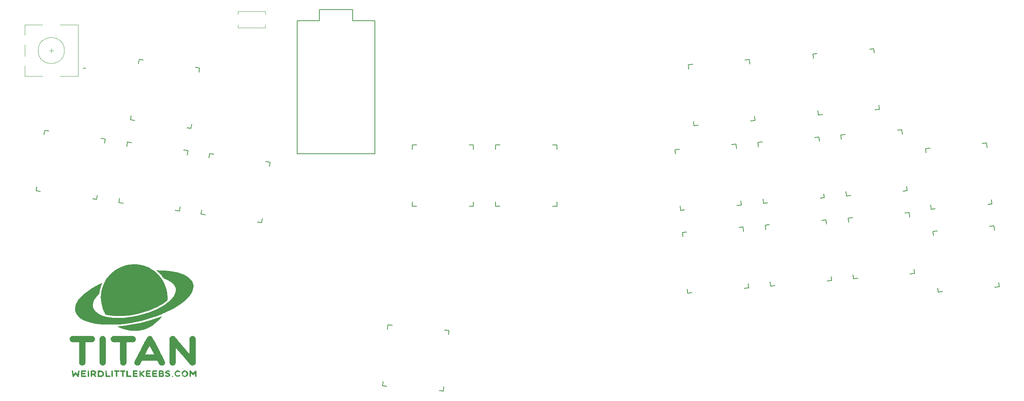
<source format=gto>
%TF.GenerationSoftware,KiCad,Pcbnew,(6.0.9)*%
%TF.CreationDate,2023-02-21T23:29:26+05:30*%
%TF.ProjectId,Titan Keyboard,54697461-6e20-44b6-9579-626f6172642e,rev?*%
%TF.SameCoordinates,Original*%
%TF.FileFunction,Legend,Top*%
%TF.FilePolarity,Positive*%
%FSLAX46Y46*%
G04 Gerber Fmt 4.6, Leading zero omitted, Abs format (unit mm)*
G04 Created by KiCad (PCBNEW (6.0.9)) date 2023-02-21 23:29:26*
%MOMM*%
%LPD*%
G01*
G04 APERTURE LIST*
G04 Aperture macros list*
%AMHorizOval*
0 Thick line with rounded ends*
0 $1 width*
0 $2 $3 position (X,Y) of the first rounded end (center of the circle)*
0 $4 $5 position (X,Y) of the second rounded end (center of the circle)*
0 Add line between two ends*
20,1,$1,$2,$3,$4,$5,0*
0 Add two circle primitives to create the rounded ends*
1,1,$1,$2,$3*
1,1,$1,$4,$5*%
%AMRotRect*
0 Rectangle, with rotation*
0 The origin of the aperture is its center*
0 $1 length*
0 $2 width*
0 $3 Rotation angle, in degrees counterclockwise*
0 Add horizontal line*
21,1,$1,$2,0,0,$3*%
G04 Aperture macros list end*
%ADD10C,0.120000*%
%ADD11C,0.150000*%
%ADD12R,1.752600X1.752600*%
%ADD13C,1.752600*%
%ADD14C,1.800000*%
%ADD15C,2.100000*%
%ADD16C,4.000000*%
%ADD17C,1.900000*%
%ADD18HorizOval,2.000000X0.396107X-0.055669X-0.396107X0.055669X0*%
%ADD19HorizOval,2.000000X0.247567X-0.034793X-0.247567X0.034793X0*%
%ADD20HorizOval,2.000000X0.398478X-0.034862X-0.398478X0.034862X0*%
%ADD21HorizOval,2.000000X0.249049X-0.021789X-0.249049X0.021789X0*%
%ADD22HorizOval,2.000000X0.249049X0.021789X-0.249049X-0.021789X0*%
%ADD23HorizOval,2.000000X0.398478X0.034862X-0.398478X-0.034862X0*%
%ADD24O,2.500000X2.000000*%
%ADD25O,2.800000X2.000000*%
%ADD26C,2.000000*%
%ADD27R,3.200000X2.000000*%
%ADD28R,2.000000X2.000000*%
%ADD29R,1.600000X1.600000*%
%ADD30O,1.600000X1.600000*%
%ADD31RotRect,1.600000X1.600000X185.000000*%
%ADD32HorizOval,1.600000X0.000000X0.000000X0.000000X0.000000X0*%
%ADD33RotRect,1.600000X1.600000X262.000000*%
%ADD34HorizOval,1.600000X0.000000X0.000000X0.000000X0.000000X0*%
%ADD35RotRect,1.600000X1.600000X172.000000*%
%ADD36HorizOval,1.600000X0.000000X0.000000X0.000000X0.000000X0*%
%ADD37RotRect,1.600000X1.600000X265.000000*%
%ADD38HorizOval,1.600000X0.000000X0.000000X0.000000X0.000000X0*%
G04 APERTURE END LIST*
D10*
%TO.C,SW1*%
X95427800Y-41046400D02*
X95427800Y-41716960D01*
X95427800Y-44135040D02*
X95427800Y-44805600D01*
X101676200Y-44805600D02*
X101676200Y-44128351D01*
X101676200Y-41723649D02*
X101676200Y-41046400D01*
X101676200Y-41046400D02*
X95427800Y-41046400D01*
X95427800Y-44805600D02*
X101676200Y-44805600D01*
D11*
%TO.C,U1*%
X114046000Y-43180000D02*
X114046000Y-40640000D01*
X126746000Y-73660000D02*
X108966000Y-73660000D01*
X114046000Y-40640000D02*
X121666000Y-40640000D01*
X108966000Y-43180000D02*
X108966000Y-73660000D01*
X108966000Y-43180000D02*
X114046000Y-43180000D01*
X121666000Y-43180000D02*
X126746000Y-43180000D01*
X126746000Y-43180000D02*
X126746000Y-73660000D01*
X121666000Y-40640000D02*
X121666000Y-43180000D01*
%TO.C,SW12*%
X88772162Y-74618180D02*
X88911335Y-73627912D01*
X100965838Y-88449820D02*
X100826665Y-89440088D01*
X99836397Y-89300915D02*
X100826665Y-89440088D01*
X89901603Y-73767085D02*
X88911335Y-73627912D01*
X86962912Y-87491665D02*
X87102085Y-86501397D01*
X102775088Y-75576335D02*
X102635915Y-76566603D01*
X102775088Y-75576335D02*
X101784820Y-75437162D01*
X86962912Y-87491665D02*
X87953180Y-87630838D01*
%TO.C,SW18*%
X143651253Y-114083527D02*
X142655058Y-113996372D01*
X130700722Y-112950503D02*
X129704527Y-112863347D01*
X128484347Y-126810073D02*
X128571503Y-125813878D01*
X142518228Y-127034058D02*
X142431073Y-128030253D01*
X141434878Y-127943097D02*
X142431073Y-128030253D01*
X128484347Y-126810073D02*
X129480542Y-126897228D01*
X129617372Y-113859542D02*
X129704527Y-112863347D01*
X143651253Y-114083527D02*
X143564097Y-115079722D01*
%TO.C,SW33*%
X228180327Y-64733453D02*
X228093172Y-63737258D01*
X240906873Y-49566547D02*
X240994028Y-50562742D01*
X227047303Y-51782922D02*
X226960147Y-50786727D01*
X241130858Y-63600428D02*
X242127053Y-63513273D01*
X228180327Y-64733453D02*
X229176522Y-64646297D01*
X242039897Y-62517078D02*
X242127053Y-63513273D01*
X240906873Y-49566547D02*
X239910678Y-49653703D01*
X227956342Y-50699572D02*
X226960147Y-50786727D01*
%TO.C,SW35*%
X248958673Y-87133147D02*
X247962478Y-87220303D01*
X236008142Y-88266172D02*
X235011947Y-88353327D01*
X249182658Y-101167028D02*
X250178853Y-101079873D01*
X250091697Y-100083678D02*
X250178853Y-101079873D01*
X248958673Y-87133147D02*
X249045828Y-88129342D01*
X235099103Y-89349522D02*
X235011947Y-88353327D01*
X236232127Y-102300053D02*
X237228322Y-102212897D01*
X236232127Y-102300053D02*
X236144972Y-101303858D01*
%TO.C,SW17*%
X135290800Y-85638400D02*
X136290800Y-85638400D01*
X135290800Y-85638400D02*
X135290800Y-84638400D01*
X149290800Y-71638400D02*
X149290800Y-72638400D01*
X135290800Y-72638400D02*
X135290800Y-71638400D01*
X136290800Y-71638400D02*
X135290800Y-71638400D01*
X148290800Y-85638400D02*
X149290800Y-85638400D01*
X149290800Y-84638400D02*
X149290800Y-85638400D01*
X149290800Y-71638400D02*
X148290800Y-71638400D01*
D10*
%TO.C,SW4*%
X55709000Y-50006250D02*
G75*
G03*
X55709000Y-50006250I-3000000J0D01*
G01*
X59909000Y-54106250D02*
X60209000Y-53806250D01*
X54709000Y-55906250D02*
X58809000Y-55906250D01*
X58809000Y-55906250D02*
X58809000Y-44106250D01*
X60509000Y-54106250D02*
X59909000Y-54106250D01*
X46609000Y-44106250D02*
X50709000Y-44106250D01*
X46609000Y-46506250D02*
X46609000Y-44106250D01*
X53209000Y-50006250D02*
X52209000Y-50006250D01*
X60209000Y-53806250D02*
X60509000Y-54106250D01*
X46609000Y-55906250D02*
X46609000Y-53506250D01*
X46609000Y-51306250D02*
X46609000Y-48706250D01*
X54709000Y-44106250D02*
X58809000Y-44106250D01*
X52709000Y-50506250D02*
X52709000Y-49506250D01*
X50709000Y-55906250D02*
X46609000Y-55906250D01*
D11*
%TO.C,SW8*%
X83979088Y-72909335D02*
X83839915Y-73899603D01*
X82169838Y-85782820D02*
X82030665Y-86773088D01*
X68166912Y-84824665D02*
X68306085Y-83834397D01*
X71105603Y-71100085D02*
X70115335Y-70960912D01*
X81040397Y-86633915D02*
X82030665Y-86773088D01*
X83979088Y-72909335D02*
X82988820Y-72770162D01*
X68166912Y-84824665D02*
X69157180Y-84963838D01*
X69976162Y-71951180D02*
X70115335Y-70960912D01*
%TO.C,SW39*%
X255413742Y-91314172D02*
X254417547Y-91401327D01*
X268588258Y-104215028D02*
X269584453Y-104127873D01*
X255637727Y-105348053D02*
X256633922Y-105260897D01*
X254504703Y-92397522D02*
X254417547Y-91401327D01*
X268364273Y-90181147D02*
X267368078Y-90268303D01*
X255637727Y-105348053D02*
X255550572Y-104351858D01*
X269497297Y-103131678D02*
X269584453Y-104127873D01*
X268364273Y-90181147D02*
X268451428Y-91177342D01*
%TO.C,SW26*%
X209360073Y-71461347D02*
X208363878Y-71548503D01*
X196633527Y-86628253D02*
X197629722Y-86541097D01*
X196633527Y-86628253D02*
X196546372Y-85632058D01*
X209360073Y-71461347D02*
X209447228Y-72457542D01*
X196409542Y-72594372D02*
X195413347Y-72681527D01*
X195500503Y-73677722D02*
X195413347Y-72681527D01*
X209584058Y-85495228D02*
X210580253Y-85408073D01*
X210493097Y-84411878D02*
X210580253Y-85408073D01*
%TO.C,SW38*%
X253961327Y-86374253D02*
X254957522Y-86287097D01*
X253961327Y-86374253D02*
X253874172Y-85378058D01*
X266911858Y-85241228D02*
X267908053Y-85154073D01*
X253737342Y-72340372D02*
X252741147Y-72427527D01*
X266687873Y-71207347D02*
X266775028Y-72203542D01*
X266687873Y-71207347D02*
X265691678Y-71294503D01*
X252828303Y-73423722D02*
X252741147Y-72427527D01*
X267820897Y-84157878D02*
X267908053Y-85154073D01*
%TO.C,SW21*%
X168366200Y-71638400D02*
X167366200Y-71638400D01*
X167366200Y-85638400D02*
X168366200Y-85638400D01*
X154366200Y-85638400D02*
X154366200Y-84638400D01*
X168366200Y-71638400D02*
X168366200Y-72638400D01*
X154366200Y-72638400D02*
X154366200Y-71638400D01*
X168366200Y-84638400D02*
X168366200Y-85638400D01*
X154366200Y-85638400D02*
X155366200Y-85638400D01*
X155366200Y-71638400D02*
X154366200Y-71638400D01*
%TO.C,SW25*%
X212433473Y-52055747D02*
X212520628Y-53051942D01*
X213566497Y-65006278D02*
X213653653Y-66002473D01*
X212433473Y-52055747D02*
X211437278Y-52142903D01*
X212657458Y-66089628D02*
X213653653Y-66002473D01*
X199706927Y-67222653D02*
X200703122Y-67135497D01*
X199482942Y-53188772D02*
X198486747Y-53275927D01*
X198573903Y-54272122D02*
X198486747Y-53275927D01*
X199706927Y-67222653D02*
X199619772Y-66226458D01*
%TO.C,G\u002A\u002A\u002A*%
G36*
X77721843Y-100376616D02*
G01*
X78644711Y-100415376D01*
X79501481Y-100483717D01*
X80295260Y-100582216D01*
X81029155Y-100711451D01*
X81706272Y-100871999D01*
X82329718Y-101064437D01*
X82902600Y-101289343D01*
X83086983Y-101373579D01*
X83603776Y-101644990D01*
X84048348Y-101935031D01*
X84421364Y-102244486D01*
X84723487Y-102574139D01*
X84955381Y-102924775D01*
X85117708Y-103297177D01*
X85211133Y-103692128D01*
X85232810Y-103908558D01*
X85232736Y-104214374D01*
X85193690Y-104507709D01*
X85111181Y-104810432D01*
X84980719Y-105144418D01*
X84977544Y-105151670D01*
X84718542Y-105655521D01*
X84386003Y-106153457D01*
X83979754Y-106645630D01*
X83499622Y-107132193D01*
X82945435Y-107613296D01*
X82317020Y-108089092D01*
X81614205Y-108559734D01*
X80836816Y-109025371D01*
X80142929Y-109403913D01*
X79076060Y-109929207D01*
X77950289Y-110418846D01*
X76773956Y-110870476D01*
X75555398Y-111281747D01*
X74302957Y-111650305D01*
X73024970Y-111973799D01*
X71729777Y-112249876D01*
X70425718Y-112476185D01*
X69121131Y-112650373D01*
X68360625Y-112727206D01*
X68180845Y-112740250D01*
X67946278Y-112752842D01*
X67668454Y-112764734D01*
X67358901Y-112775679D01*
X67029147Y-112785428D01*
X66690721Y-112793732D01*
X66355152Y-112800345D01*
X66033967Y-112805019D01*
X65738695Y-112807504D01*
X65480865Y-112807552D01*
X65272005Y-112804917D01*
X65123644Y-112799350D01*
X65096880Y-112797431D01*
X64999578Y-112789880D01*
X64845545Y-112778546D01*
X64652911Y-112764738D01*
X64439808Y-112749763D01*
X64346510Y-112743299D01*
X63522567Y-112669357D01*
X62760732Y-112564930D01*
X62053990Y-112428730D01*
X61395324Y-112259465D01*
X60958749Y-112120492D01*
X60395429Y-111900628D01*
X59889756Y-111650950D01*
X59443643Y-111373577D01*
X59059003Y-111070623D01*
X58737750Y-110744208D01*
X58481798Y-110396446D01*
X58293062Y-110029456D01*
X58173454Y-109645354D01*
X58124888Y-109246257D01*
X58131243Y-108992857D01*
X58203024Y-108555309D01*
X58348023Y-108111239D01*
X58564846Y-107662099D01*
X58852100Y-107209344D01*
X59208390Y-106754428D01*
X59632322Y-106298802D01*
X60122504Y-105843922D01*
X60677540Y-105391240D01*
X61296038Y-104942211D01*
X61976603Y-104498287D01*
X62717842Y-104060921D01*
X63021433Y-103893328D01*
X63238067Y-103778058D01*
X63460412Y-103663548D01*
X63678156Y-103554708D01*
X63880985Y-103456446D01*
X64058585Y-103373672D01*
X64200642Y-103311295D01*
X64296843Y-103274224D01*
X64336751Y-103267238D01*
X64329919Y-103305479D01*
X64300426Y-103395649D01*
X64254125Y-103520268D01*
X64239816Y-103556760D01*
X64098416Y-103945958D01*
X63964769Y-104374618D01*
X63846989Y-104813478D01*
X63753190Y-105233274D01*
X63712802Y-105457543D01*
X63694499Y-105558365D01*
X63670529Y-105638875D01*
X63631352Y-105714406D01*
X63567429Y-105800292D01*
X63469218Y-105911865D01*
X63350975Y-106039079D01*
X63048569Y-106388783D01*
X62782858Y-106750544D01*
X62560849Y-107112760D01*
X62389549Y-107463824D01*
X62275963Y-107792132D01*
X62264289Y-107838899D01*
X62206832Y-108230221D01*
X62222187Y-108605297D01*
X62309667Y-108962992D01*
X62468584Y-109302172D01*
X62698252Y-109621703D01*
X62997983Y-109920450D01*
X63367089Y-110197279D01*
X63804884Y-110451055D01*
X63865463Y-110481627D01*
X64378401Y-110702588D01*
X64953601Y-110887474D01*
X65587140Y-111035567D01*
X66275096Y-111146147D01*
X67013545Y-111218495D01*
X67798563Y-111251892D01*
X68079598Y-111254246D01*
X69257354Y-111217452D01*
X70443091Y-111107989D01*
X71631329Y-110927009D01*
X72816588Y-110675663D01*
X73993388Y-110355103D01*
X75156249Y-109966479D01*
X76225146Y-109542957D01*
X76921070Y-109226778D01*
X77574709Y-108891886D01*
X78183305Y-108540874D01*
X78744097Y-108176337D01*
X79254324Y-107800868D01*
X79711228Y-107417060D01*
X80112047Y-107027507D01*
X80454023Y-106634803D01*
X80734394Y-106241542D01*
X80950401Y-105850316D01*
X81099284Y-105463721D01*
X81178282Y-105084349D01*
X81190964Y-104876506D01*
X81156994Y-104495892D01*
X81051773Y-104134531D01*
X80877049Y-103794306D01*
X80634568Y-103477099D01*
X80326080Y-103184794D01*
X79953332Y-102919275D01*
X79518071Y-102682423D01*
X79022046Y-102476122D01*
X78934222Y-102445059D01*
X78543468Y-102310078D01*
X78339007Y-102041777D01*
X78093810Y-101727534D01*
X77861475Y-101447504D01*
X77620478Y-101176914D01*
X77349298Y-100890990D01*
X77259623Y-100799314D01*
X76821400Y-100353880D01*
X77721843Y-100376616D01*
G37*
G36*
X76775913Y-123267531D02*
G01*
X76894679Y-123297596D01*
X76963189Y-123346715D01*
X76989367Y-123417150D01*
X76990233Y-123436464D01*
X76972225Y-123500232D01*
X76912261Y-123544447D01*
X76801433Y-123571768D01*
X76630829Y-123584856D01*
X76486200Y-123586993D01*
X76127308Y-123586993D01*
X76127308Y-123849622D01*
X76443535Y-123849622D01*
X76637749Y-123857066D01*
X76767930Y-123882237D01*
X76843865Y-123929395D01*
X76875339Y-124002798D01*
X76877677Y-124038574D01*
X76855859Y-124105919D01*
X76785142Y-124151378D01*
X76657629Y-124177574D01*
X76465426Y-124187128D01*
X76429922Y-124187288D01*
X76127308Y-124187288D01*
X76127308Y-124449917D01*
X76455595Y-124450430D01*
X76659550Y-124453635D01*
X76800984Y-124464736D01*
X76892275Y-124487079D01*
X76945799Y-124524013D01*
X76973935Y-124578884D01*
X76977416Y-124591553D01*
X76984700Y-124664931D01*
X76958372Y-124718045D01*
X76889790Y-124753873D01*
X76770314Y-124775392D01*
X76591302Y-124785583D01*
X76408696Y-124787584D01*
X76190114Y-124784662D01*
X76035903Y-124775193D01*
X75935597Y-124758119D01*
X75881229Y-124734278D01*
X75854883Y-124709885D01*
X75835762Y-124673668D01*
X75822719Y-124614447D01*
X75814610Y-124521043D01*
X75810291Y-124382278D01*
X75808615Y-124186972D01*
X75808401Y-124023263D01*
X75810016Y-123763786D01*
X75815226Y-123571303D01*
X75824581Y-123437830D01*
X75838632Y-123355388D01*
X75857071Y-123316821D01*
X75920182Y-123291016D01*
X76052715Y-123271799D01*
X76256922Y-123258892D01*
X76355920Y-123255524D01*
X76598968Y-123254261D01*
X76775913Y-123267531D01*
G37*
G36*
X77957269Y-110922320D02*
G01*
X77949149Y-110964695D01*
X77895430Y-111052216D01*
X77803104Y-111176501D01*
X77679161Y-111329171D01*
X77530591Y-111501846D01*
X77364385Y-111686146D01*
X77187535Y-111873691D01*
X77032137Y-112031308D01*
X76467764Y-112542154D01*
X75872254Y-112985695D01*
X75243065Y-113363243D01*
X74577656Y-113676108D01*
X73873485Y-113925602D01*
X73128009Y-114113036D01*
X72919479Y-114153144D01*
X72738408Y-114177702D01*
X72500562Y-114198164D01*
X72224114Y-114214063D01*
X71927240Y-114224928D01*
X71628113Y-114230291D01*
X71344907Y-114229682D01*
X71095796Y-114222633D01*
X70898955Y-114208675D01*
X70874723Y-114205916D01*
X70131096Y-114077972D01*
X69388337Y-113875258D01*
X68647303Y-113598041D01*
X68083077Y-113336325D01*
X67959812Y-113266003D01*
X67908770Y-113214319D01*
X67930370Y-113179942D01*
X68025029Y-113161540D01*
X68139229Y-113157434D01*
X68270624Y-113152492D01*
X68462059Y-113139259D01*
X68699169Y-113119161D01*
X68967587Y-113093621D01*
X69252949Y-113064065D01*
X69540888Y-113031917D01*
X69817040Y-112998602D01*
X70049317Y-112968010D01*
X71566450Y-112723443D01*
X73065022Y-112412082D01*
X74552424Y-112032044D01*
X76036048Y-111581446D01*
X77473629Y-111077007D01*
X77646879Y-111014106D01*
X77793752Y-110964301D01*
X77900678Y-110931932D01*
X77954089Y-110921340D01*
X77957269Y-110922320D01*
G37*
G36*
X68000191Y-123253937D02*
G01*
X68107328Y-123262354D01*
X68179854Y-123278406D01*
X68231201Y-123303158D01*
X68231761Y-123303523D01*
X68309441Y-123380846D01*
X68319694Y-123457383D01*
X68269616Y-123523605D01*
X68166306Y-123569982D01*
X68020640Y-123586993D01*
X67835727Y-123586993D01*
X67835727Y-124125196D01*
X67834719Y-124340492D01*
X67830730Y-124493433D01*
X67822311Y-124596685D01*
X67808016Y-124662912D01*
X67786396Y-124704781D01*
X67767116Y-124725491D01*
X67699351Y-124776989D01*
X67646763Y-124775198D01*
X67578641Y-124718069D01*
X67573098Y-124712547D01*
X67542997Y-124675991D01*
X67522167Y-124628019D01*
X67508934Y-124555290D01*
X67501626Y-124444466D01*
X67498570Y-124282206D01*
X67498061Y-124114212D01*
X67498061Y-123590914D01*
X67305433Y-123579574D01*
X67172898Y-123562663D01*
X67093450Y-123526383D01*
X67061660Y-123490855D01*
X67029723Y-123420495D01*
X67052013Y-123357313D01*
X67063591Y-123340781D01*
X67092525Y-123311113D01*
X67137345Y-123290067D01*
X67210919Y-123275704D01*
X67326113Y-123266088D01*
X67495796Y-123259283D01*
X67628361Y-123255760D01*
X67845013Y-123252094D01*
X68000191Y-123253937D01*
G37*
G36*
X69538031Y-115370826D02*
G01*
X69926447Y-115371911D01*
X70288040Y-115373638D01*
X70615889Y-115375939D01*
X70903076Y-115378747D01*
X71142682Y-115381995D01*
X71327788Y-115385614D01*
X71451474Y-115389539D01*
X71506184Y-115393566D01*
X71623555Y-115442439D01*
X71756740Y-115535221D01*
X71881963Y-115652079D01*
X71975449Y-115773180D01*
X71987812Y-115795324D01*
X72024621Y-115904122D01*
X72047690Y-116043842D01*
X72051214Y-116106084D01*
X72018627Y-116320484D01*
X71921737Y-116516991D01*
X71771276Y-116677760D01*
X71666089Y-116746340D01*
X71607838Y-116775317D01*
X71550183Y-116797064D01*
X71481680Y-116812616D01*
X71390884Y-116823007D01*
X71266351Y-116829271D01*
X71096636Y-116832443D01*
X70870294Y-116833558D01*
X70699989Y-116833669D01*
X69899243Y-116833669D01*
X69899243Y-121582615D01*
X69814826Y-121747843D01*
X69730258Y-121876629D01*
X69621920Y-121996938D01*
X69588320Y-122026112D01*
X69488209Y-122094439D01*
X69385941Y-122131683D01*
X69248612Y-122148778D01*
X69213136Y-122150787D01*
X69034789Y-122147620D01*
X68895780Y-122121251D01*
X68867485Y-122110147D01*
X68709355Y-122002176D01*
X68572118Y-121844549D01*
X68494291Y-121702895D01*
X68482274Y-121666455D01*
X68471995Y-121615294D01*
X68463323Y-121543795D01*
X68456128Y-121446340D01*
X68450278Y-121317313D01*
X68445643Y-121151097D01*
X68442093Y-120942073D01*
X68439497Y-120684626D01*
X68437723Y-120373137D01*
X68436642Y-120001989D01*
X68436123Y-119565566D01*
X68436023Y-119198537D01*
X68436023Y-116833669D01*
X67635277Y-116833669D01*
X67368871Y-116833300D01*
X67166055Y-116831501D01*
X67015385Y-116827240D01*
X66905416Y-116819482D01*
X66824702Y-116807192D01*
X66761798Y-116789337D01*
X66705260Y-116764883D01*
X66669177Y-116746372D01*
X66484151Y-116608929D01*
X66350778Y-116425485D01*
X66279304Y-116210824D01*
X66274555Y-116176855D01*
X66267894Y-116054608D01*
X66285968Y-115951284D01*
X66336428Y-115832125D01*
X66360946Y-115784441D01*
X66443311Y-115649356D01*
X66535332Y-115556530D01*
X66666860Y-115475954D01*
X66668848Y-115474913D01*
X66868816Y-115370449D01*
X69129709Y-115370449D01*
X69538031Y-115370826D01*
G37*
G36*
X63844203Y-123294103D02*
G01*
X63854019Y-123294521D01*
X64101973Y-123312054D01*
X64277880Y-123340693D01*
X64370180Y-123372839D01*
X64542094Y-123500189D01*
X64663761Y-123667043D01*
X64735354Y-123859594D01*
X64757049Y-124064037D01*
X64729019Y-124266567D01*
X64651438Y-124453378D01*
X64524480Y-124610665D01*
X64353163Y-124722483D01*
X64215524Y-124769679D01*
X64047861Y-124797614D01*
X63840011Y-124809821D01*
X63682800Y-124811726D01*
X63550559Y-124809147D01*
X63463935Y-124802657D01*
X63446067Y-124798884D01*
X63392798Y-124773100D01*
X63353714Y-124731880D01*
X63326674Y-124664532D01*
X63309539Y-124560364D01*
X63305035Y-124487436D01*
X63633660Y-124487436D01*
X63881120Y-124487436D01*
X64091288Y-124471986D01*
X64233181Y-124425623D01*
X64235956Y-124424008D01*
X64346358Y-124319234D01*
X64405251Y-124178650D01*
X64410896Y-124022603D01*
X64361552Y-123871442D01*
X64291266Y-123777324D01*
X64229696Y-123726199D01*
X64156658Y-123695025D01*
X64049900Y-123677340D01*
X63914918Y-123668031D01*
X63633660Y-123653828D01*
X63633660Y-124487436D01*
X63305035Y-124487436D01*
X63300171Y-124408681D01*
X63296429Y-124198791D01*
X63295993Y-124048803D01*
X63296597Y-123788729D01*
X63301013Y-123653828D01*
X63302956Y-123594459D01*
X63321898Y-123456768D01*
X63360245Y-123366430D01*
X63424825Y-123314220D01*
X63522461Y-123290912D01*
X63659978Y-123287282D01*
X63844203Y-123294103D01*
G37*
G36*
X82660492Y-123647901D02*
G01*
X82690897Y-123595345D01*
X82814796Y-123431186D01*
X82952564Y-123331040D01*
X83123782Y-123284099D01*
X83267609Y-123277040D01*
X83492381Y-123311831D01*
X83686669Y-123404149D01*
X83844194Y-123542419D01*
X83958676Y-123715068D01*
X84023838Y-123910520D01*
X84033400Y-124117203D01*
X83981085Y-124323541D01*
X83907606Y-124456820D01*
X83754427Y-124615303D01*
X83559674Y-124721147D01*
X83339967Y-124769083D01*
X83111927Y-124753840D01*
X83035466Y-124733335D01*
X82834595Y-124633243D01*
X82684626Y-124486134D01*
X82588895Y-124303027D01*
X82550738Y-124094940D01*
X82555971Y-124043874D01*
X82805595Y-124043874D01*
X82832545Y-124217880D01*
X82918775Y-124355102D01*
X83044464Y-124452992D01*
X83172955Y-124512954D01*
X83287171Y-124515360D01*
X83404795Y-124469243D01*
X83545785Y-124362328D01*
X83630344Y-124227265D01*
X83661564Y-124078474D01*
X83642536Y-123930376D01*
X83576355Y-123797393D01*
X83466110Y-123693947D01*
X83314895Y-123634458D01*
X83223925Y-123625697D01*
X83107900Y-123635173D01*
X83018921Y-123676341D01*
X82933157Y-123752074D01*
X82850197Y-123848586D01*
X82813142Y-123940250D01*
X82805595Y-124043874D01*
X82555971Y-124043874D01*
X82573491Y-123872892D01*
X82660492Y-123647901D01*
G37*
G36*
X72941965Y-118926428D02*
G01*
X73202839Y-118426386D01*
X73329189Y-118184334D01*
X73589936Y-117685737D01*
X73818678Y-117250303D01*
X74017451Y-116874324D01*
X74188293Y-116554093D01*
X74333241Y-116285901D01*
X74454331Y-116066040D01*
X74553601Y-115890804D01*
X74633088Y-115756485D01*
X74694828Y-115659373D01*
X74740860Y-115595763D01*
X74767105Y-115567077D01*
X74959720Y-115441546D01*
X75179596Y-115383856D01*
X75370380Y-115389077D01*
X75429403Y-115398739D01*
X75483640Y-115411791D01*
X75535638Y-115432341D01*
X75587943Y-115464499D01*
X75643105Y-115512373D01*
X75703670Y-115580074D01*
X75772186Y-115671709D01*
X75851199Y-115791388D01*
X75943259Y-115943221D01*
X76050911Y-116131316D01*
X76176703Y-116359782D01*
X76323184Y-116632729D01*
X76492900Y-116954265D01*
X76688399Y-117328500D01*
X76912228Y-117759543D01*
X77166935Y-118251503D01*
X77277754Y-118465722D01*
X77532343Y-118958077D01*
X77754572Y-119388452D01*
X77946663Y-119761459D01*
X78110837Y-120081712D01*
X78249318Y-120353823D01*
X78364327Y-120582405D01*
X78458086Y-120772070D01*
X78532818Y-120927431D01*
X78590745Y-121053101D01*
X78634089Y-121153692D01*
X78665072Y-121233818D01*
X78685917Y-121298091D01*
X78698845Y-121351123D01*
X78706079Y-121397527D01*
X78709583Y-121437821D01*
X78713377Y-121582695D01*
X78697126Y-121688616D01*
X78653522Y-121790575D01*
X78625580Y-121840147D01*
X78492946Y-122004892D01*
X78357225Y-122108422D01*
X78244077Y-122166639D01*
X78142350Y-122192792D01*
X78015277Y-122194641D01*
X77964084Y-122191427D01*
X77799122Y-122168697D01*
X77662247Y-122120687D01*
X77542886Y-122038055D01*
X77430469Y-121911463D01*
X77314424Y-121731570D01*
X77196584Y-121513334D01*
X76971473Y-121074159D01*
X75217774Y-121073707D01*
X73464075Y-121073256D01*
X73242917Y-121514098D01*
X73154205Y-121685149D01*
X73070721Y-121835767D01*
X73001199Y-121950864D01*
X72954374Y-122015356D01*
X72950487Y-122019166D01*
X72784394Y-122123159D01*
X72581844Y-122181980D01*
X72368572Y-122192440D01*
X72170314Y-122151350D01*
X72107994Y-122123548D01*
X71923840Y-121985733D01*
X71789117Y-121800287D01*
X71713424Y-121583173D01*
X71700339Y-121445717D01*
X71702167Y-121418301D01*
X71709135Y-121383886D01*
X71723296Y-121338356D01*
X71746709Y-121277592D01*
X71781428Y-121197479D01*
X71829510Y-121093899D01*
X71893010Y-120962736D01*
X71973986Y-120799872D01*
X72074494Y-120601190D01*
X72196589Y-120362574D01*
X72342327Y-120079907D01*
X72513765Y-119749071D01*
X72581177Y-119619415D01*
X74177394Y-119619415D01*
X74213035Y-119626763D01*
X74314145Y-119633396D01*
X74471161Y-119639051D01*
X74674516Y-119643469D01*
X74914645Y-119646387D01*
X75181984Y-119647545D01*
X75208106Y-119647554D01*
X75477499Y-119646575D01*
X75720576Y-119643810D01*
X75927770Y-119639522D01*
X76089519Y-119633972D01*
X76196258Y-119627420D01*
X76238424Y-119620128D01*
X76238724Y-119619415D01*
X76221362Y-119574833D01*
X76173996Y-119476027D01*
X76101986Y-119333044D01*
X76010694Y-119155932D01*
X75905483Y-118954739D01*
X75791713Y-118739510D01*
X75674747Y-118520295D01*
X75559945Y-118307139D01*
X75452669Y-118110089D01*
X75358282Y-117939194D01*
X75282144Y-117804501D01*
X75229617Y-117716056D01*
X75206063Y-117683907D01*
X75205863Y-117683916D01*
X75182754Y-117716960D01*
X75130550Y-117806505D01*
X75054639Y-117942406D01*
X74960412Y-118114523D01*
X74853257Y-118312711D01*
X74738565Y-118526829D01*
X74621725Y-118746733D01*
X74508126Y-118962280D01*
X74403159Y-119163328D01*
X74312212Y-119339734D01*
X74240676Y-119481355D01*
X74193940Y-119578049D01*
X74177394Y-119619415D01*
X72581177Y-119619415D01*
X72712959Y-119365951D01*
X72941965Y-118926428D01*
G37*
G36*
X69260746Y-123250290D02*
G01*
X69416482Y-123254648D01*
X69531008Y-123263198D01*
X69578310Y-123272500D01*
X69644805Y-123323199D01*
X69678165Y-123369417D01*
X69693433Y-123457858D01*
X69643295Y-123528234D01*
X69536567Y-123573505D01*
X69405688Y-123586993D01*
X69223911Y-123586993D01*
X69223911Y-124128883D01*
X69223329Y-124341382D01*
X69220410Y-124491531D01*
X69213392Y-124592013D01*
X69200512Y-124655511D01*
X69180009Y-124694711D01*
X69150121Y-124722295D01*
X69140526Y-124729178D01*
X69062530Y-124777117D01*
X69011408Y-124776792D01*
X68955191Y-124726506D01*
X68948337Y-124718972D01*
X68922991Y-124679264D01*
X68905409Y-124617349D01*
X68894295Y-124520724D01*
X68888358Y-124376885D01*
X68886304Y-124173328D01*
X68886244Y-124118677D01*
X68886244Y-123586993D01*
X68704467Y-123586993D01*
X68564736Y-123567832D01*
X68465972Y-123518451D01*
X68414876Y-123451005D01*
X68418151Y-123377647D01*
X68482498Y-123310529D01*
X68537378Y-123283971D01*
X68610536Y-123270546D01*
X68738694Y-123260253D01*
X68902610Y-123253305D01*
X69083041Y-123249913D01*
X69260746Y-123250290D01*
G37*
G36*
X72149230Y-123255607D02*
G01*
X72313007Y-123276214D01*
X72418669Y-123313801D01*
X72474220Y-123371020D01*
X72488017Y-123437726D01*
X72468734Y-123502348D01*
X72405140Y-123546787D01*
X72288617Y-123573696D01*
X72110546Y-123585725D01*
X72002743Y-123586993D01*
X71662611Y-123586993D01*
X71662611Y-123849622D01*
X71975703Y-123849622D01*
X72139386Y-123852675D01*
X72245673Y-123863966D01*
X72312037Y-123886688D01*
X72350887Y-123918233D01*
X72406259Y-124004292D01*
X72394121Y-124079313D01*
X72354022Y-124128331D01*
X72299825Y-124160080D01*
X72205681Y-124178762D01*
X72057142Y-124186648D01*
X71978838Y-124187288D01*
X71662611Y-124187288D01*
X71662611Y-124449917D01*
X72016356Y-124449917D01*
X72198352Y-124453171D01*
X72319724Y-124464285D01*
X72394661Y-124485285D01*
X72429059Y-124508875D01*
X72481638Y-124599875D01*
X72473174Y-124689605D01*
X72415447Y-124748745D01*
X72345605Y-124765447D01*
X72220698Y-124777111D01*
X72059841Y-124783767D01*
X71882154Y-124785448D01*
X71706752Y-124782184D01*
X71552753Y-124774007D01*
X71439275Y-124760949D01*
X71390602Y-124747060D01*
X71367287Y-124726817D01*
X71350191Y-124690242D01*
X71338370Y-124626844D01*
X71330883Y-124526133D01*
X71326789Y-124377618D01*
X71325146Y-124170810D01*
X71324945Y-124015662D01*
X71324945Y-123322506D01*
X71421183Y-123285916D01*
X71498162Y-123270657D01*
X71629520Y-123258516D01*
X71794616Y-123251011D01*
X71919334Y-123249327D01*
X72149230Y-123255607D01*
G37*
G36*
X57600681Y-123266035D02*
G01*
X57664439Y-123320578D01*
X57701595Y-123375098D01*
X57728555Y-123461949D01*
X57748769Y-123596288D01*
X57762696Y-123752041D01*
X57776860Y-123905972D01*
X57792997Y-124027086D01*
X57808674Y-124099214D01*
X57816887Y-124112251D01*
X57850827Y-124083681D01*
X57911287Y-124009529D01*
X57970784Y-123926565D01*
X58094654Y-123771608D01*
X58207048Y-123685208D01*
X58305171Y-123669379D01*
X58321250Y-123674236D01*
X58372424Y-123713821D01*
X58450716Y-123796123D01*
X58537911Y-123901739D01*
X58619915Y-124001593D01*
X58685190Y-124069847D01*
X58720227Y-124092451D01*
X58720982Y-124092107D01*
X58736798Y-124049776D01*
X58753994Y-123954288D01*
X58767280Y-123841451D01*
X58798739Y-123605977D01*
X58843498Y-123439722D01*
X58903561Y-123337722D01*
X58980930Y-123295015D01*
X58988226Y-123293976D01*
X59055638Y-123293463D01*
X59103299Y-123315643D01*
X59132377Y-123369174D01*
X59144037Y-123462715D01*
X59139446Y-123604922D01*
X59119769Y-123804455D01*
X59089434Y-124045423D01*
X59050088Y-124322187D01*
X59012930Y-124530823D01*
X58974867Y-124678053D01*
X58932810Y-124770599D01*
X58883667Y-124815185D01*
X58824347Y-124818532D01*
X58751759Y-124787363D01*
X58749007Y-124785769D01*
X58701477Y-124739186D01*
X58626948Y-124645144D01*
X58537939Y-124519971D01*
X58490900Y-124449243D01*
X58404400Y-124320142D01*
X58331641Y-124218986D01*
X58282843Y-124159613D01*
X58269684Y-124149770D01*
X58235561Y-124179688D01*
X58204050Y-124234186D01*
X58163134Y-124304928D01*
X58091306Y-124413372D01*
X58003176Y-124537571D01*
X57991754Y-124553093D01*
X57864698Y-124702853D01*
X57756911Y-124781302D01*
X57666802Y-124789206D01*
X57602644Y-124740685D01*
X57585992Y-124689757D01*
X57562661Y-124577200D01*
X57534884Y-124415894D01*
X57504899Y-124218715D01*
X57478142Y-124023328D01*
X57447406Y-123784878D01*
X57426300Y-123609895D01*
X57414576Y-123487463D01*
X57411985Y-123406666D01*
X57418278Y-123356587D01*
X57433207Y-123326310D01*
X57456524Y-123304919D01*
X57461691Y-123301097D01*
X57539691Y-123256166D01*
X57600681Y-123266035D01*
G37*
G36*
X80507589Y-124510408D02*
G01*
X80571380Y-124583937D01*
X80581230Y-124671073D01*
X80543056Y-124746839D01*
X80462773Y-124786259D01*
X80441931Y-124787584D01*
X80362632Y-124760524D01*
X80330872Y-124733108D01*
X80298075Y-124649417D01*
X80318491Y-124567754D01*
X80376144Y-124508253D01*
X80455058Y-124491047D01*
X80507589Y-124510408D01*
G37*
G36*
X81759462Y-123287677D02*
G01*
X81973439Y-123345985D01*
X82119114Y-123427659D01*
X82196603Y-123526613D01*
X82212398Y-123624520D01*
X82173887Y-123695993D01*
X82099844Y-123731637D01*
X82009038Y-123722057D01*
X81924575Y-123662763D01*
X81813609Y-123590007D01*
X81668280Y-123559873D01*
X81519275Y-123577572D01*
X81488407Y-123588667D01*
X81395102Y-123650473D01*
X81302163Y-123746828D01*
X81277756Y-123780459D01*
X81205852Y-123942833D01*
X81208727Y-124099335D01*
X81286323Y-124249579D01*
X81359282Y-124327982D01*
X81514253Y-124427293D01*
X81679552Y-124453610D01*
X81846624Y-124406563D01*
X81931585Y-124352812D01*
X82042353Y-124286804D01*
X82125014Y-124285521D01*
X82190865Y-124349828D01*
X82204711Y-124373781D01*
X82223618Y-124433593D01*
X82200128Y-124491549D01*
X82138551Y-124559956D01*
X81976262Y-124672498D01*
X81777469Y-124734280D01*
X81563658Y-124742167D01*
X81356314Y-124693020D01*
X81323615Y-124678935D01*
X81124317Y-124549890D01*
X80983991Y-124379876D01*
X80906089Y-124178402D01*
X80894063Y-123954978D01*
X80951364Y-123719111D01*
X80963993Y-123688247D01*
X81081542Y-123502999D01*
X81247219Y-123368413D01*
X81448701Y-123290694D01*
X81673668Y-123276045D01*
X81759462Y-123287677D01*
G37*
G36*
X61236570Y-123290702D02*
G01*
X61253578Y-123302602D01*
X61280393Y-123328037D01*
X61300124Y-123366892D01*
X61314159Y-123430503D01*
X61323882Y-123530207D01*
X61330679Y-123677338D01*
X61335935Y-123883232D01*
X61338094Y-123994156D01*
X61341921Y-124228107D01*
X61342700Y-124398885D01*
X61339345Y-124518328D01*
X61330771Y-124598275D01*
X61315893Y-124650563D01*
X61293624Y-124687031D01*
X61272437Y-124710106D01*
X61195842Y-124773740D01*
X61137326Y-124777140D01*
X61071566Y-124721283D01*
X61068550Y-124717967D01*
X61045430Y-124683812D01*
X61029120Y-124633003D01*
X61018786Y-124554170D01*
X61013592Y-124435944D01*
X61012703Y-124266956D01*
X61015285Y-124035837D01*
X61015837Y-124000267D01*
X61020111Y-123764423D01*
X61025252Y-123592354D01*
X61032673Y-123472799D01*
X61043784Y-123394495D01*
X61059998Y-123346183D01*
X61082725Y-123316602D01*
X61103505Y-123300851D01*
X61173694Y-123268731D01*
X61236570Y-123290702D01*
G37*
G36*
X74916306Y-123249327D02*
G01*
X75103917Y-123250683D01*
X75231967Y-123256351D01*
X75315907Y-123268731D01*
X75371190Y-123290222D01*
X75413267Y-123323223D01*
X75417207Y-123327114D01*
X75468621Y-123389649D01*
X75466854Y-123442114D01*
X75440873Y-123486567D01*
X75409095Y-123524158D01*
X75363131Y-123548929D01*
X75287350Y-123564202D01*
X75166124Y-123573304D01*
X75006661Y-123578926D01*
X74626569Y-123589618D01*
X74626569Y-123849622D01*
X74929184Y-123849622D01*
X75127283Y-123856093D01*
X75260958Y-123877942D01*
X75339899Y-123918822D01*
X75373797Y-123982389D01*
X75376939Y-124018455D01*
X75359777Y-124093152D01*
X75301833Y-124143556D01*
X75193415Y-124173322D01*
X75024833Y-124186103D01*
X74929184Y-124187288D01*
X74626569Y-124187288D01*
X74626569Y-124449917D01*
X74961793Y-124449917D01*
X75179926Y-124455262D01*
X75332685Y-124473197D01*
X75429101Y-124506572D01*
X75478203Y-124558238D01*
X75489494Y-124616502D01*
X75478078Y-124682162D01*
X75437246Y-124729151D01*
X75357124Y-124760307D01*
X75227838Y-124778468D01*
X75039514Y-124786474D01*
X74894345Y-124787584D01*
X74691806Y-124785591D01*
X74551276Y-124778614D01*
X74459809Y-124765151D01*
X74404460Y-124743705D01*
X74385379Y-124728626D01*
X74363403Y-124695323D01*
X74347478Y-124638842D01*
X74336712Y-124548426D01*
X74330214Y-124413317D01*
X74327091Y-124222758D01*
X74326422Y-124017903D01*
X74326363Y-123759456D01*
X74331065Y-123566469D01*
X74347846Y-123429406D01*
X74384023Y-123338734D01*
X74446914Y-123284918D01*
X74543836Y-123258424D01*
X74682107Y-123249718D01*
X74869044Y-123249265D01*
X74916306Y-123249327D01*
G37*
G36*
X85204677Y-115407402D02*
G01*
X85367236Y-115480232D01*
X85522196Y-115599071D01*
X85645366Y-115742319D01*
X85701803Y-115851285D01*
X85711412Y-115893078D01*
X85719766Y-115963554D01*
X85726939Y-116067214D01*
X85733005Y-116208560D01*
X85738040Y-116392093D01*
X85742118Y-116622313D01*
X85745314Y-116903724D01*
X85747703Y-117240825D01*
X85749359Y-117638117D01*
X85750357Y-118100103D01*
X85750772Y-118631284D01*
X85750794Y-118803389D01*
X85750794Y-121617273D01*
X85647950Y-121792221D01*
X85507304Y-121971100D01*
X85328967Y-122087746D01*
X85105122Y-122147058D01*
X85076453Y-122150389D01*
X84935853Y-122159029D01*
X84815510Y-122148638D01*
X84704993Y-122112497D01*
X84593873Y-122043886D01*
X84471721Y-121936086D01*
X84328105Y-121782378D01*
X84152598Y-121576042D01*
X84115662Y-121531398D01*
X83810850Y-121162123D01*
X83547156Y-120843159D01*
X83318126Y-120566790D01*
X83117303Y-120325300D01*
X82938232Y-120110973D01*
X82774457Y-119916092D01*
X82619521Y-119732941D01*
X82466969Y-119553805D01*
X82310344Y-119370967D01*
X82225580Y-119272369D01*
X82047540Y-119064886D01*
X81871046Y-118858123D01*
X81707094Y-118665045D01*
X81566681Y-118498613D01*
X81460803Y-118371789D01*
X81435807Y-118341437D01*
X81211060Y-118067078D01*
X81192301Y-119860935D01*
X81187666Y-120280734D01*
X81183119Y-120632013D01*
X81178386Y-120921285D01*
X81173191Y-121155066D01*
X81167259Y-121339870D01*
X81160314Y-121482214D01*
X81152081Y-121588611D01*
X81142284Y-121665576D01*
X81130648Y-121719625D01*
X81116899Y-121757272D01*
X81111725Y-121767436D01*
X80982828Y-121931246D01*
X80808231Y-122054314D01*
X80607745Y-122127735D01*
X80401180Y-122142603D01*
X80310617Y-122127591D01*
X80108592Y-122041529D01*
X79936681Y-121900569D01*
X79811962Y-121721060D01*
X79768855Y-121608919D01*
X79760978Y-121542751D01*
X79753947Y-121408988D01*
X79747760Y-121215067D01*
X79742414Y-120968425D01*
X79737907Y-120676499D01*
X79734237Y-120346727D01*
X79731400Y-119986545D01*
X79729395Y-119603391D01*
X79728219Y-119204701D01*
X79727870Y-118797914D01*
X79728345Y-118390465D01*
X79729642Y-117989792D01*
X79731758Y-117603333D01*
X79734690Y-117238524D01*
X79738438Y-116902802D01*
X79742997Y-116603604D01*
X79748365Y-116348368D01*
X79754541Y-116144531D01*
X79761522Y-115999529D01*
X79769304Y-115920801D01*
X79770728Y-115914467D01*
X79849886Y-115749780D01*
X79982651Y-115598396D01*
X80147840Y-115479710D01*
X80316665Y-115414659D01*
X80519638Y-115396109D01*
X80721581Y-115419467D01*
X80878363Y-115475395D01*
X80922378Y-115514900D01*
X81006613Y-115604884D01*
X81124170Y-115737431D01*
X81268152Y-115904623D01*
X81431660Y-116098541D01*
X81607796Y-116311267D01*
X81627674Y-116335509D01*
X81819700Y-116569327D01*
X82012818Y-116803386D01*
X82197066Y-117025692D01*
X82362483Y-117224252D01*
X82499107Y-117387070D01*
X82586734Y-117490242D01*
X82690713Y-117611897D01*
X82832963Y-117779028D01*
X83003393Y-117979742D01*
X83191911Y-118202145D01*
X83388426Y-118434341D01*
X83557617Y-118634555D01*
X83735225Y-118843982D01*
X83897884Y-119034040D01*
X84039129Y-119197316D01*
X84152496Y-119326395D01*
X84231519Y-119413861D01*
X84269734Y-119452301D01*
X84271493Y-119453360D01*
X84278344Y-119419521D01*
X84285105Y-119317480D01*
X84291613Y-119154076D01*
X84297705Y-118936142D01*
X84303216Y-118670516D01*
X84307983Y-118364034D01*
X84311843Y-118023532D01*
X84314631Y-117655846D01*
X84314667Y-117649519D01*
X84325092Y-115833520D01*
X84432614Y-115692586D01*
X84604132Y-115520675D01*
X84801568Y-115416090D01*
X85017728Y-115381486D01*
X85204677Y-115407402D01*
G37*
G36*
X77256845Y-124076428D02*
G01*
X77259361Y-123947214D01*
X77261731Y-123849622D01*
X77628047Y-123849622D01*
X77867903Y-123849622D01*
X78007516Y-123845099D01*
X78088512Y-123829055D01*
X78126901Y-123797777D01*
X78131179Y-123788589D01*
X78134221Y-123707133D01*
X78069368Y-123653606D01*
X77935704Y-123627478D01*
X77848563Y-123624511D01*
X77725558Y-123626076D01*
X77659721Y-123636850D01*
X77633181Y-123665956D01*
X77628070Y-123722513D01*
X77628047Y-123737067D01*
X77628047Y-123849622D01*
X77261731Y-123849622D01*
X77265114Y-123710365D01*
X77275764Y-123538182D01*
X77299491Y-123420366D01*
X77344478Y-123346618D01*
X77418907Y-123306639D01*
X77530959Y-123290130D01*
X77688816Y-123286793D01*
X77783986Y-123286845D01*
X77953970Y-123287938D01*
X78068065Y-123294191D01*
X78145415Y-123310071D01*
X78205163Y-123340041D01*
X78266453Y-123388564D01*
X78283314Y-123403287D01*
X78367446Y-123487566D01*
X78405859Y-123567354D01*
X78415354Y-123679651D01*
X78415360Y-123694055D01*
X78408200Y-123810412D01*
X78390829Y-123899462D01*
X78381673Y-123920673D01*
X78376948Y-123996402D01*
X78419626Y-124089506D01*
X78469479Y-124207799D01*
X78490820Y-124330886D01*
X78490831Y-124332934D01*
X78464133Y-124470701D01*
X78395413Y-124610922D01*
X78302146Y-124722393D01*
X78253496Y-124756683D01*
X78173764Y-124779143D01*
X78041318Y-124796763D01*
X77878373Y-124808710D01*
X77707146Y-124814148D01*
X77549852Y-124812243D01*
X77428707Y-124802162D01*
X77376868Y-124789603D01*
X77330891Y-124758904D01*
X77297094Y-124705779D01*
X77274135Y-124620598D01*
X77260669Y-124493732D01*
X77259362Y-124449917D01*
X77628047Y-124449917D01*
X77872721Y-124449917D01*
X78006243Y-124447522D01*
X78085083Y-124435739D01*
X78129554Y-124407677D01*
X78159968Y-124356444D01*
X78162140Y-124351714D01*
X78176283Y-124253355D01*
X78123158Y-124178149D01*
X78007990Y-124129863D01*
X77836000Y-124112266D01*
X77830242Y-124112251D01*
X77628047Y-124112251D01*
X77628047Y-124449917D01*
X77259362Y-124449917D01*
X77255353Y-124315552D01*
X77256845Y-124076428D01*
G37*
G36*
X64675365Y-115419982D02*
G01*
X64859032Y-115504996D01*
X65015806Y-115643587D01*
X65113779Y-115794751D01*
X65211283Y-115994042D01*
X65200979Y-118824417D01*
X65199005Y-119352779D01*
X65197097Y-119811320D01*
X65195104Y-120205257D01*
X65192875Y-120539806D01*
X65190260Y-120820182D01*
X65187109Y-121051601D01*
X65183271Y-121239279D01*
X65178596Y-121388433D01*
X65172932Y-121504279D01*
X65166130Y-121592032D01*
X65158039Y-121656908D01*
X65148509Y-121704123D01*
X65137389Y-121738894D01*
X65124528Y-121766437D01*
X65115639Y-121782129D01*
X65037803Y-121886565D01*
X64933724Y-121994006D01*
X64898512Y-122024309D01*
X64799739Y-122093249D01*
X64700007Y-122130891D01*
X64566578Y-122148274D01*
X64523328Y-122150787D01*
X64344981Y-122147620D01*
X64205972Y-122121251D01*
X64177677Y-122110147D01*
X64019547Y-122002176D01*
X63882310Y-121844549D01*
X63804483Y-121702895D01*
X63793411Y-121669216D01*
X63783815Y-121621468D01*
X63775594Y-121554528D01*
X63768648Y-121463276D01*
X63762878Y-121342589D01*
X63758184Y-121187348D01*
X63754466Y-120992430D01*
X63751624Y-120752714D01*
X63749558Y-120463080D01*
X63748168Y-120118406D01*
X63747354Y-119713570D01*
X63747017Y-119243451D01*
X63747039Y-118757696D01*
X63747269Y-118230614D01*
X63747714Y-117773284D01*
X63748500Y-117380421D01*
X63749753Y-117046741D01*
X63751601Y-116766957D01*
X63754170Y-116535786D01*
X63757586Y-116347942D01*
X63761977Y-116198140D01*
X63767469Y-116081096D01*
X63774189Y-115991525D01*
X63782263Y-115924141D01*
X63791818Y-115873660D01*
X63802980Y-115834796D01*
X63815878Y-115802266D01*
X63817992Y-115797556D01*
X63937113Y-115615118D01*
X64095679Y-115486112D01*
X64280421Y-115410569D01*
X64478072Y-115388515D01*
X64675365Y-115419982D01*
G37*
G36*
X74001023Y-123316026D02*
G01*
X74018770Y-123331867D01*
X74061261Y-123419660D01*
X74036760Y-123517448D01*
X73979376Y-123583967D01*
X73910305Y-123641926D01*
X73804119Y-123730412D01*
X73681550Y-123832157D01*
X73657577Y-123852012D01*
X73420194Y-124048542D01*
X73526262Y-124137467D01*
X73610531Y-124206624D01*
X73727912Y-124301132D01*
X73848061Y-124396625D01*
X73975127Y-124506197D01*
X74044209Y-124590970D01*
X74063792Y-124657142D01*
X74032921Y-124746468D01*
X73957884Y-124797427D01*
X73876200Y-124795112D01*
X73825313Y-124763687D01*
X73732256Y-124694465D01*
X73611682Y-124598662D01*
X73515193Y-124518794D01*
X73388261Y-124413587D01*
X73282883Y-124329284D01*
X73211873Y-124275952D01*
X73188696Y-124262325D01*
X73175682Y-124296454D01*
X73163501Y-124385343D01*
X73155760Y-124492914D01*
X73133689Y-124661845D01*
X73087629Y-124761589D01*
X73018277Y-124791237D01*
X72947618Y-124764584D01*
X72923905Y-124742217D01*
X72906224Y-124702203D01*
X72893460Y-124633939D01*
X72884494Y-124526821D01*
X72878211Y-124370245D01*
X72873493Y-124153608D01*
X72871742Y-124044315D01*
X72868508Y-123802912D01*
X72867807Y-123625729D01*
X72870625Y-123501968D01*
X72877945Y-123420828D01*
X72890755Y-123371511D01*
X72910040Y-123343215D01*
X72936785Y-123325142D01*
X72937399Y-123324813D01*
X73034891Y-123304900D01*
X73086608Y-123323451D01*
X73128670Y-123360545D01*
X73153818Y-123428153D01*
X73167537Y-123544819D01*
X73171024Y-123608688D01*
X73182109Y-123854679D01*
X73519775Y-123571835D01*
X73683870Y-123437808D01*
X73803673Y-123350200D01*
X73889552Y-123304025D01*
X73951879Y-123294296D01*
X74001023Y-123316026D01*
G37*
G36*
X72105752Y-98993444D02*
G01*
X72849644Y-99069119D01*
X73596187Y-99216503D01*
X73763645Y-99259609D01*
X74437513Y-99478944D01*
X75085364Y-99766025D01*
X75703161Y-100116854D01*
X76286866Y-100527433D01*
X76832444Y-100993761D01*
X77335857Y-101511840D01*
X77793068Y-102077672D01*
X78200039Y-102687257D01*
X78552735Y-103336597D01*
X78847117Y-104021693D01*
X78990591Y-104437159D01*
X79081118Y-104770513D01*
X79159823Y-105150155D01*
X79224199Y-105555588D01*
X79271738Y-105966316D01*
X79299934Y-106361843D01*
X79306279Y-106721674D01*
X79296584Y-106938713D01*
X79270808Y-107267537D01*
X79077861Y-107430594D01*
X78756821Y-107681944D01*
X78375388Y-107946523D01*
X77945461Y-108217440D01*
X77478937Y-108487803D01*
X76987714Y-108750720D01*
X76483687Y-108999301D01*
X75978756Y-109226653D01*
X75972946Y-109229136D01*
X75182763Y-109543602D01*
X74345304Y-109834149D01*
X73480416Y-110095254D01*
X72607948Y-110321394D01*
X71747746Y-110507045D01*
X70919658Y-110646686D01*
X70837205Y-110658205D01*
X70495139Y-110700701D01*
X70120798Y-110739649D01*
X69726663Y-110774338D01*
X69325216Y-110804059D01*
X68928938Y-110828100D01*
X68550311Y-110845751D01*
X68201816Y-110856300D01*
X67895936Y-110859038D01*
X67645150Y-110853253D01*
X67535580Y-110846211D01*
X67432600Y-110837492D01*
X67275876Y-110824357D01*
X67086447Y-110808564D01*
X66885352Y-110791871D01*
X66879007Y-110791346D01*
X66690063Y-110773159D01*
X66472745Y-110748174D01*
X66242688Y-110718639D01*
X66015524Y-110686798D01*
X65806890Y-110654898D01*
X65632419Y-110625187D01*
X65507746Y-110599909D01*
X65464038Y-110588039D01*
X65399010Y-110568957D01*
X65295570Y-110541153D01*
X65260282Y-110532037D01*
X65201026Y-110515161D01*
X65153298Y-110492109D01*
X65109401Y-110452413D01*
X65061638Y-110385604D01*
X65002312Y-110281214D01*
X64923726Y-110128775D01*
X64838243Y-109958028D01*
X64531195Y-109261270D01*
X64297542Y-108548938D01*
X64137219Y-107820754D01*
X64050157Y-107076436D01*
X64032787Y-106572369D01*
X64066084Y-105884388D01*
X64166725Y-105186754D01*
X64331057Y-104494117D01*
X64555431Y-103821127D01*
X64836196Y-103182430D01*
X64916343Y-103026875D01*
X65300451Y-102381704D01*
X65737669Y-101786756D01*
X66223790Y-101243822D01*
X66754611Y-100754691D01*
X67325925Y-100321155D01*
X67933529Y-99945004D01*
X68573216Y-99628028D01*
X69240784Y-99372018D01*
X69932026Y-99178764D01*
X70642738Y-99050056D01*
X71368715Y-98987686D01*
X72105752Y-98993444D01*
G37*
G36*
X60416834Y-123254681D02*
G01*
X60515225Y-123265446D01*
X60582282Y-123285357D01*
X60615153Y-123303287D01*
X60692934Y-123379966D01*
X60696130Y-123461005D01*
X60648262Y-123528035D01*
X60598947Y-123557825D01*
X60513889Y-123576202D01*
X60378902Y-123585191D01*
X60235559Y-123586993D01*
X59881813Y-123586993D01*
X59881813Y-123849622D01*
X60160522Y-123849622D01*
X60347015Y-123859293D01*
X60469429Y-123891096D01*
X60536546Y-123949214D01*
X60557145Y-124037829D01*
X60557146Y-124038574D01*
X60535328Y-124105919D01*
X60464610Y-124151378D01*
X60337098Y-124177574D01*
X60144894Y-124187128D01*
X60109390Y-124187288D01*
X59806776Y-124187288D01*
X59806776Y-124449917D01*
X60142000Y-124449917D01*
X60385468Y-124460006D01*
X60561081Y-124489845D01*
X60667606Y-124538792D01*
X60703809Y-124606206D01*
X60668457Y-124691445D01*
X60649677Y-124713944D01*
X60614044Y-124745132D01*
X60564586Y-124766113D01*
X60487160Y-124778855D01*
X60367623Y-124785322D01*
X60191830Y-124787481D01*
X60119868Y-124787584D01*
X59922376Y-124786392D01*
X59785473Y-124781476D01*
X59694734Y-124770825D01*
X59635730Y-124752428D01*
X59594034Y-124724271D01*
X59581665Y-124712547D01*
X59553596Y-124678971D01*
X59533519Y-124635189D01*
X59520112Y-124569106D01*
X59512053Y-124468624D01*
X59508022Y-124321649D01*
X59506697Y-124116082D01*
X59506629Y-124025626D01*
X59508268Y-123778473D01*
X59513705Y-123596310D01*
X59523715Y-123469152D01*
X59539072Y-123387013D01*
X59559806Y-123340914D01*
X59590910Y-123309531D01*
X59639452Y-123287731D01*
X59719210Y-123273198D01*
X59843958Y-123263619D01*
X60027475Y-123256678D01*
X60068035Y-123255524D01*
X60272605Y-123251796D01*
X60416834Y-123254681D01*
G37*
G36*
X79659860Y-123303585D02*
G01*
X79783839Y-123352763D01*
X79860971Y-123424635D01*
X79879154Y-123489962D01*
X79855120Y-123582526D01*
X79779842Y-123631095D01*
X79648561Y-123637426D01*
X79528692Y-123619272D01*
X79353137Y-123596358D01*
X79224730Y-123602474D01*
X79148327Y-123630909D01*
X79128781Y-123674954D01*
X79170946Y-123727899D01*
X79279675Y-123783034D01*
X79386164Y-123816299D01*
X79579777Y-123873296D01*
X79713673Y-123930328D01*
X79802719Y-123995635D01*
X79861786Y-124077460D01*
X79863596Y-124080922D01*
X79915943Y-124252880D01*
X79897377Y-124417307D01*
X79811983Y-124564327D01*
X79663848Y-124684060D01*
X79600715Y-124716436D01*
X79447007Y-124768956D01*
X79291599Y-124780024D01*
X79107228Y-124750558D01*
X79046462Y-124735105D01*
X78891290Y-124682632D01*
X78799261Y-124621187D01*
X78758490Y-124540710D01*
X78753600Y-124487218D01*
X78780370Y-124396996D01*
X78857146Y-124359187D01*
X78978625Y-124375493D01*
X79036136Y-124396537D01*
X79177225Y-124437884D01*
X79312774Y-124448154D01*
X79430385Y-124431832D01*
X79517659Y-124393405D01*
X79562201Y-124337359D01*
X79551611Y-124268180D01*
X79514811Y-124223326D01*
X79445427Y-124183463D01*
X79327679Y-124138988D01*
X79186890Y-124099448D01*
X79185063Y-124099018D01*
X78982175Y-124034610D01*
X78846739Y-123949683D01*
X78772724Y-123838932D01*
X78753600Y-123719284D01*
X78762588Y-123594028D01*
X78799625Y-123507008D01*
X78879823Y-123436348D01*
X78992773Y-123373032D01*
X79155491Y-123311825D01*
X79330821Y-123281155D01*
X79503899Y-123279062D01*
X79659860Y-123303585D01*
G37*
G36*
X66658533Y-123279857D02*
G01*
X66673072Y-123287068D01*
X66713528Y-123315127D01*
X66743140Y-123356720D01*
X66763272Y-123422366D01*
X66775290Y-123522580D01*
X66780560Y-123667881D01*
X66780447Y-123868785D01*
X66777177Y-124088970D01*
X66772481Y-124314132D01*
X66766716Y-124476066D01*
X66758284Y-124586579D01*
X66745588Y-124657479D01*
X66727029Y-124700571D01*
X66701011Y-124727665D01*
X66689674Y-124735667D01*
X66621319Y-124766715D01*
X66557007Y-124746402D01*
X66530221Y-124728682D01*
X66500014Y-124704299D01*
X66478227Y-124672327D01*
X66463488Y-124621245D01*
X66454424Y-124539536D01*
X66449661Y-124415679D01*
X66447827Y-124238156D01*
X66447544Y-124035087D01*
X66448154Y-123800845D01*
X66450823Y-123629800D01*
X66456816Y-123510113D01*
X66467394Y-123429948D01*
X66483819Y-123377468D01*
X66507355Y-123340837D01*
X66523441Y-123323504D01*
X66593038Y-123272722D01*
X66658533Y-123279857D01*
G37*
G36*
X70126983Y-123284117D02*
G01*
X70190641Y-123360898D01*
X70202265Y-123388201D01*
X70215440Y-123459519D01*
X70226310Y-123588184D01*
X70233813Y-123756516D01*
X70236886Y-123946833D01*
X70236909Y-123964620D01*
X70236909Y-124449917D01*
X70587520Y-124449917D01*
X70760081Y-124452297D01*
X70874065Y-124461249D01*
X70945834Y-124479493D01*
X70991748Y-124509749D01*
X71000223Y-124518529D01*
X71055015Y-124600857D01*
X71043693Y-124670053D01*
X70993704Y-124725491D01*
X70921600Y-124755546D01*
X70794046Y-124776854D01*
X70630125Y-124789347D01*
X70448923Y-124792960D01*
X70269521Y-124787623D01*
X70111003Y-124773272D01*
X69992453Y-124749838D01*
X69945110Y-124729178D01*
X69914133Y-124704218D01*
X69891958Y-124671717D01*
X69877118Y-124619881D01*
X69868145Y-124536912D01*
X69863568Y-124411017D01*
X69861921Y-124230397D01*
X69861725Y-124059325D01*
X69862140Y-123831782D01*
X69864465Y-123666743D01*
X69870316Y-123551673D01*
X69881312Y-123474039D01*
X69899068Y-123421307D01*
X69925204Y-123380944D01*
X69953394Y-123348963D01*
X70046535Y-123279923D01*
X70126983Y-123284117D01*
G37*
G36*
X65285144Y-123292798D02*
G01*
X65332250Y-123317595D01*
X65364027Y-123371640D01*
X65383416Y-123465340D01*
X65393362Y-123609100D01*
X65396809Y-123813325D01*
X65397027Y-123913403D01*
X65397027Y-124449917D01*
X65766397Y-124449917D01*
X65943407Y-124452047D01*
X66061321Y-124460117D01*
X66136000Y-124476650D01*
X66183308Y-124504169D01*
X66197859Y-124518529D01*
X66252652Y-124600857D01*
X66241329Y-124670053D01*
X66191340Y-124725491D01*
X66147719Y-124752784D01*
X66079305Y-124771020D01*
X65972512Y-124781805D01*
X65813751Y-124786744D01*
X65666082Y-124787584D01*
X65470069Y-124786356D01*
X65334511Y-124781303D01*
X65244848Y-124770371D01*
X65186518Y-124751503D01*
X65144961Y-124722646D01*
X65134398Y-124712547D01*
X65105631Y-124677961D01*
X65085283Y-124632772D01*
X65071919Y-124564463D01*
X65064103Y-124460518D01*
X65060400Y-124308421D01*
X65059373Y-124095654D01*
X65059361Y-124058416D01*
X65061642Y-123793704D01*
X65069696Y-123595191D01*
X65085337Y-123454144D01*
X65110382Y-123361830D01*
X65146646Y-123309515D01*
X65195945Y-123288466D01*
X65219762Y-123286845D01*
X65285144Y-123292798D01*
G37*
G36*
X84569239Y-123274662D02*
G01*
X84632002Y-123322719D01*
X84714357Y-123407571D01*
X84824124Y-123535734D01*
X84969123Y-123713725D01*
X85041527Y-123803808D01*
X85140233Y-123926826D01*
X85287563Y-123729360D01*
X85425679Y-123557547D01*
X85555690Y-123420518D01*
X85667716Y-123327486D01*
X85751877Y-123287663D01*
X85762137Y-123286845D01*
X85816446Y-123292743D01*
X85856710Y-123316848D01*
X85884993Y-123368775D01*
X85903360Y-123458139D01*
X85913877Y-123594556D01*
X85918609Y-123787640D01*
X85919627Y-124020144D01*
X85918901Y-124257236D01*
X85915985Y-124430708D01*
X85909767Y-124551966D01*
X85899140Y-124632420D01*
X85882992Y-124683478D01*
X85860214Y-124716547D01*
X85851016Y-124725491D01*
X85787826Y-124776313D01*
X85740632Y-124778030D01*
X85673548Y-124734455D01*
X85638438Y-124697612D01*
X85614378Y-124637732D01*
X85598029Y-124539427D01*
X85586052Y-124387308D01*
X85581961Y-124312373D01*
X85563202Y-123943418D01*
X85394863Y-124159149D01*
X85283506Y-124290269D01*
X85193534Y-124358356D01*
X85110570Y-124363148D01*
X85020238Y-124304388D01*
X84908162Y-124181816D01*
X84882097Y-124149900D01*
X84700277Y-123924919D01*
X84681518Y-124275672D01*
X84658880Y-124503735D01*
X84619300Y-124659135D01*
X84562867Y-124741742D01*
X84489666Y-124751426D01*
X84402809Y-124691107D01*
X84380845Y-124657827D01*
X84364926Y-124601384D01*
X84354160Y-124511028D01*
X84347657Y-124376009D01*
X84344527Y-124185576D01*
X84343852Y-123979577D01*
X84344314Y-123743317D01*
X84346514Y-123571048D01*
X84351668Y-123451725D01*
X84360994Y-123374303D01*
X84375711Y-123327739D01*
X84397034Y-123300987D01*
X84420306Y-123286087D01*
X84471211Y-123262863D01*
X84518249Y-123256882D01*
X84569239Y-123274662D01*
G37*
G36*
X61723722Y-123583348D02*
G01*
X61738834Y-123448570D01*
X61772392Y-123360688D01*
X61831552Y-123310341D01*
X61923467Y-123288168D01*
X62055292Y-123284810D01*
X62234183Y-123290906D01*
X62284556Y-123292723D01*
X62491864Y-123303657D01*
X62639650Y-123324256D01*
X62743365Y-123361090D01*
X62818459Y-123420729D01*
X62880384Y-123509741D01*
X62905891Y-123556902D01*
X62949881Y-123707861D01*
X62949201Y-123880507D01*
X62908348Y-124047969D01*
X62831818Y-124183378D01*
X62794856Y-124220394D01*
X62763347Y-124255376D01*
X62765239Y-124296055D01*
X62806569Y-124360970D01*
X62864082Y-124433060D01*
X62961153Y-124573091D01*
X62992946Y-124677065D01*
X62959542Y-124745783D01*
X62898645Y-124773031D01*
X62843366Y-124777851D01*
X62785324Y-124756703D01*
X62709867Y-124700438D01*
X62602342Y-124599906D01*
X62569349Y-124567394D01*
X62452236Y-124454675D01*
X62367978Y-124386123D01*
X62298309Y-124350979D01*
X62224961Y-124338482D01*
X62178810Y-124337362D01*
X62020366Y-124337362D01*
X62020366Y-124517451D01*
X62004485Y-124670253D01*
X61955294Y-124758902D01*
X61870465Y-124787583D01*
X61870292Y-124787584D01*
X61791513Y-124762553D01*
X61765240Y-124742561D01*
X61746921Y-124694566D01*
X61733614Y-124589139D01*
X61725007Y-124421328D01*
X61720785Y-124186182D01*
X61720218Y-124031031D01*
X61719917Y-123787091D01*
X62020366Y-123787091D01*
X62024715Y-123903853D01*
X62035874Y-123987606D01*
X62045378Y-124012202D01*
X62094545Y-124026633D01*
X62192165Y-124035670D01*
X62258691Y-124037214D01*
X62399287Y-124025895D01*
X62495716Y-123986365D01*
X62533826Y-123955637D01*
X62608218Y-123852303D01*
X62613991Y-123755888D01*
X62557555Y-123674391D01*
X62445320Y-123615810D01*
X62283697Y-123588144D01*
X62238402Y-123586993D01*
X62020366Y-123586993D01*
X62020366Y-123787091D01*
X61719917Y-123787091D01*
X61719901Y-123774381D01*
X61723722Y-123583348D01*
G37*
G36*
X61197288Y-115376041D02*
G01*
X61491104Y-115377497D01*
X61737975Y-115379646D01*
X61930817Y-115382454D01*
X62062549Y-115385885D01*
X62125125Y-115389759D01*
X62301494Y-115450721D01*
X62464914Y-115573589D01*
X62599225Y-115745299D01*
X62626916Y-115795412D01*
X62676235Y-115921742D01*
X62692083Y-116058776D01*
X62688222Y-116161262D01*
X62643165Y-116384782D01*
X62540763Y-116562019D01*
X62376114Y-116700363D01*
X62303767Y-116740513D01*
X62238739Y-116771724D01*
X62177312Y-116795054D01*
X62107608Y-116811648D01*
X62017750Y-116822650D01*
X61895861Y-116829207D01*
X61730062Y-116832464D01*
X61508477Y-116833566D01*
X61337667Y-116833669D01*
X60557146Y-116833669D01*
X60556228Y-119131675D01*
X60555368Y-119644023D01*
X60553250Y-120104550D01*
X60549929Y-120509968D01*
X60545456Y-120856989D01*
X60539885Y-121142325D01*
X60533269Y-121362686D01*
X60525660Y-121514785D01*
X60517111Y-121595333D01*
X60516582Y-121597762D01*
X60433101Y-121809224D01*
X60297855Y-121976452D01*
X60123511Y-122093674D01*
X59922736Y-122155116D01*
X59708195Y-122155007D01*
X59492556Y-122087571D01*
X59468583Y-122075410D01*
X59339830Y-121988852D01*
X59218497Y-121878660D01*
X59190673Y-121846841D01*
X59075166Y-121704153D01*
X59054304Y-116833669D01*
X58258088Y-116832845D01*
X57951483Y-116830794D01*
X57709681Y-116823837D01*
X57522494Y-116809703D01*
X57379735Y-116786122D01*
X57271216Y-116750825D01*
X57186749Y-116701540D01*
X57116146Y-116635999D01*
X57059375Y-116565744D01*
X56938480Y-116362517D01*
X56888710Y-116167106D01*
X56908807Y-115967551D01*
X56977759Y-115789975D01*
X57074140Y-115635970D01*
X57197038Y-115525171D01*
X57249768Y-115491840D01*
X57424354Y-115389208D01*
X59694221Y-115377843D01*
X60104993Y-115376179D01*
X60497150Y-115375348D01*
X60863610Y-115375313D01*
X61197288Y-115376041D01*
G37*
%TO.C,SW2*%
X62117397Y-83966915D02*
X63107665Y-84106088D01*
X65056088Y-70242335D02*
X64916915Y-71232603D01*
X65056088Y-70242335D02*
X64065820Y-70103162D01*
X49243912Y-82157665D02*
X50234180Y-82296838D01*
X52182603Y-68433085D02*
X51192335Y-68293912D01*
X63246838Y-83115820D02*
X63107665Y-84106088D01*
X49243912Y-82157665D02*
X49383085Y-81167397D01*
X51053162Y-69284180D02*
X51192335Y-68293912D01*
%TO.C,SW27*%
X211011073Y-90435147D02*
X210014878Y-90522303D01*
X197151503Y-92651522D02*
X197064347Y-91655327D01*
X212144097Y-103385678D02*
X212231253Y-104381873D01*
X211235058Y-104469028D02*
X212231253Y-104381873D01*
X198284527Y-105602053D02*
X199280722Y-105514897D01*
X198060542Y-91568172D02*
X197064347Y-91655327D01*
X211011073Y-90435147D02*
X211098228Y-91431342D01*
X198284527Y-105602053D02*
X198197372Y-104605858D01*
%TO.C,SW3*%
X72643162Y-53028180D02*
X72782335Y-52037912D01*
X86646088Y-53986335D02*
X85655820Y-53847162D01*
X70833912Y-65901665D02*
X70973085Y-64911397D01*
X86646088Y-53986335D02*
X86506915Y-54976603D01*
X83707397Y-67710915D02*
X84697665Y-67850088D01*
X84836838Y-66859820D02*
X84697665Y-67850088D01*
X70833912Y-65901665D02*
X71824180Y-66040838D01*
X73772603Y-52177085D02*
X72782335Y-52037912D01*
%TO.C,SW31*%
X217258327Y-103951053D02*
X218254522Y-103863897D01*
X231117897Y-101734678D02*
X231205053Y-102730873D01*
X216125303Y-91000522D02*
X216038147Y-90004327D01*
X230208858Y-102818028D02*
X231205053Y-102730873D01*
X217034342Y-89917172D02*
X216038147Y-90004327D01*
X229984873Y-88784147D02*
X230072028Y-89780342D01*
X217258327Y-103951053D02*
X217171172Y-102954858D01*
X229984873Y-88784147D02*
X228988678Y-88871303D01*
%TO.C,SW34*%
X234581127Y-83300853D02*
X234493972Y-82304658D01*
X247307673Y-68133947D02*
X246311478Y-68221103D01*
X234357142Y-69266972D02*
X233360947Y-69354127D01*
X247307673Y-68133947D02*
X247394828Y-69130142D01*
X233448103Y-70350322D02*
X233360947Y-69354127D01*
X247531658Y-82167828D02*
X248527853Y-82080673D01*
X234581127Y-83300853D02*
X235577322Y-83213697D01*
X248440697Y-81084478D02*
X248527853Y-82080673D01*
%TO.C,SW30*%
X228557858Y-83844228D02*
X229554053Y-83757073D01*
X215607327Y-84977253D02*
X216603522Y-84890097D01*
X215607327Y-84977253D02*
X215520172Y-83981058D01*
X214474303Y-72026722D02*
X214387147Y-71030527D01*
X229466897Y-82760878D02*
X229554053Y-83757073D01*
X228333873Y-69810347D02*
X228421028Y-70806542D01*
X228333873Y-69810347D02*
X227337678Y-69897503D01*
X215383342Y-70943372D02*
X214387147Y-71030527D01*
%TD*%
%LPC*%
D12*
%TO.C,SW1*%
X95300800Y-42926000D03*
D13*
X101803200Y-42926000D03*
%TD*%
D14*
%TO.C,U1*%
X110236000Y-44450000D03*
X110236000Y-46990000D03*
X110236000Y-49530000D03*
X110236000Y-52070000D03*
X110236000Y-54610000D03*
X110236000Y-57150000D03*
X110236000Y-59690000D03*
X110236000Y-62230000D03*
X110236000Y-64770000D03*
X110236000Y-67310000D03*
X110236000Y-69850000D03*
X110236000Y-72390000D03*
X125476000Y-72390000D03*
X125476000Y-69850000D03*
X125476000Y-67310000D03*
X125476000Y-64770000D03*
X125476000Y-62230000D03*
X125476000Y-59690000D03*
X125476000Y-57150000D03*
X125476000Y-54610000D03*
X125476000Y-52070000D03*
X125476000Y-49530000D03*
X125476000Y-46990000D03*
X125476000Y-44450000D03*
%TD*%
D15*
%TO.C,SW12*%
X100315474Y-82299452D03*
D16*
X94869000Y-81534000D03*
D17*
X89838438Y-80827001D03*
D15*
X89422526Y-80768548D03*
D17*
X99899562Y-82240999D03*
D18*
X89275858Y-84686263D03*
D19*
X91449578Y-78488470D03*
D18*
X94047879Y-87376582D03*
D19*
X98091280Y-76856938D03*
%TD*%
D15*
%TO.C,SW18*%
X130588729Y-119967443D03*
D17*
X131007131Y-120004049D03*
X141128469Y-120889551D03*
D15*
X141546871Y-120926157D03*
D16*
X136067800Y-120446800D03*
D20*
X130647300Y-123887465D03*
D21*
X132493674Y-117584402D03*
X139040886Y-115607507D03*
D20*
X135553581Y-126324349D03*
%TD*%
D15*
%TO.C,SW33*%
X240022671Y-56670643D03*
D17*
X239604269Y-56707249D03*
D16*
X234543600Y-57150000D03*
D15*
X229064529Y-57629357D03*
D17*
X229482931Y-57592751D03*
D22*
X230526723Y-54951729D03*
D23*
X229802914Y-61479654D03*
D22*
X236631183Y-51867955D03*
D23*
X235057819Y-63027549D03*
%TD*%
D16*
%TO.C,SW35*%
X242595400Y-94716600D03*
D15*
X248074471Y-94237243D03*
D17*
X247656069Y-94273849D03*
D15*
X237116329Y-95195957D03*
D17*
X237534731Y-95159351D03*
D22*
X238578523Y-92518329D03*
D23*
X237854714Y-99046254D03*
D22*
X244682983Y-89434555D03*
D23*
X243109619Y-100594149D03*
%TD*%
D15*
%TO.C,SW17*%
X136790800Y-78638400D03*
D17*
X137210800Y-78638400D03*
X147370800Y-78638400D03*
D16*
X142290800Y-78638400D03*
D15*
X147790800Y-78638400D03*
D24*
X138480800Y-76098400D03*
D25*
X137190800Y-82538400D03*
X142290800Y-84538400D03*
D24*
X144830800Y-73558400D03*
%TD*%
D26*
%TO.C,SW4*%
X45709000Y-52506250D03*
X45709000Y-47506250D03*
D27*
X52709000Y-44406250D03*
X52709000Y-55606250D03*
D26*
X60209000Y-50006250D03*
X60209000Y-47506250D03*
D28*
X60209000Y-52506250D03*
%TD*%
D15*
%TO.C,SW8*%
X70626526Y-78101548D03*
D16*
X76073000Y-78867000D03*
D17*
X81103562Y-79573999D03*
D15*
X81519474Y-79632452D03*
D17*
X71042438Y-78160001D03*
D19*
X72653578Y-75821470D03*
D18*
X70479858Y-82019263D03*
X75251879Y-84709582D03*
D19*
X79295280Y-74189938D03*
%TD*%
D16*
%TO.C,SW39*%
X262001000Y-97764600D03*
D15*
X267480071Y-97285243D03*
X256521929Y-98243957D03*
D17*
X267061669Y-97321849D03*
X256940331Y-98207351D03*
D23*
X257260314Y-102094254D03*
D22*
X257984123Y-95566329D03*
X264088583Y-92482555D03*
D23*
X262515219Y-103642149D03*
%TD*%
D15*
%TO.C,SW26*%
X208475871Y-78565443D03*
D16*
X202996800Y-79044800D03*
D17*
X197936131Y-79487551D03*
D15*
X197517729Y-79524157D03*
D17*
X208057469Y-78602049D03*
D22*
X198979923Y-76846529D03*
D23*
X198256114Y-83374454D03*
D22*
X205084383Y-73762755D03*
D23*
X203511019Y-84922349D03*
%TD*%
D15*
%TO.C,SW38*%
X265803671Y-78311443D03*
D17*
X265385269Y-78348049D03*
D15*
X254845529Y-79270157D03*
D17*
X255263931Y-79233551D03*
D16*
X260324600Y-78790800D03*
D23*
X255583914Y-83120454D03*
D22*
X256307723Y-76592529D03*
X262412183Y-73508755D03*
D23*
X260838819Y-84668349D03*
%TD*%
D16*
%TO.C,SW21*%
X161366200Y-78638400D03*
D17*
X156286200Y-78638400D03*
D15*
X155866200Y-78638400D03*
D17*
X166446200Y-78638400D03*
D15*
X166866200Y-78638400D03*
D24*
X157556200Y-76098400D03*
D25*
X156266200Y-82538400D03*
D24*
X163906200Y-73558400D03*
D25*
X161366200Y-84538400D03*
%TD*%
D17*
%TO.C,SW25*%
X201009531Y-60081951D03*
D15*
X211549271Y-59159843D03*
D16*
X206070200Y-59639200D03*
D15*
X200591129Y-60118557D03*
D17*
X211130869Y-59196449D03*
D22*
X202053323Y-57440929D03*
D23*
X201329514Y-63968854D03*
X206584419Y-65516749D03*
D22*
X208157783Y-54357155D03*
%TD*%
D17*
%TO.C,SW2*%
X62180562Y-76906999D03*
D15*
X62596474Y-76965452D03*
X51703526Y-75434548D03*
D17*
X52119438Y-75493001D03*
D16*
X57150000Y-76200000D03*
D18*
X51556858Y-79352263D03*
D19*
X53730578Y-73154470D03*
D18*
X56328879Y-82042582D03*
D19*
X60372280Y-71522938D03*
%TD*%
D16*
%TO.C,SW27*%
X204647800Y-98018600D03*
D15*
X199168729Y-98497957D03*
D17*
X209708469Y-97575849D03*
D15*
X210126871Y-97539243D03*
D17*
X199587131Y-98461351D03*
D23*
X199907114Y-102348254D03*
D22*
X200630923Y-95820329D03*
D23*
X205162019Y-103896149D03*
D22*
X206735383Y-92736555D03*
%TD*%
D17*
%TO.C,SW3*%
X73709438Y-59237001D03*
D15*
X73293526Y-59178548D03*
D16*
X78740000Y-59944000D03*
D17*
X83770562Y-60650999D03*
D15*
X84186474Y-60709452D03*
D18*
X73146858Y-63096263D03*
D19*
X75320578Y-56898470D03*
D18*
X77918879Y-65786582D03*
D19*
X81962280Y-55266938D03*
%TD*%
D17*
%TO.C,SW31*%
X218560931Y-96810351D03*
D16*
X223621600Y-96367600D03*
D17*
X228682269Y-95924849D03*
D15*
X218142529Y-96846957D03*
X229100671Y-95888243D03*
D22*
X219604723Y-94169329D03*
D23*
X218880914Y-100697254D03*
D22*
X225709183Y-91085555D03*
D23*
X224135819Y-102245149D03*
%TD*%
D16*
%TO.C,SW34*%
X240944400Y-75717400D03*
D15*
X235465329Y-76196757D03*
D17*
X235883731Y-76160151D03*
D15*
X246423471Y-75238043D03*
D17*
X246005069Y-75274649D03*
D23*
X236203714Y-80047054D03*
D22*
X236927523Y-73519129D03*
X243031983Y-70435355D03*
D23*
X241458619Y-81594949D03*
%TD*%
D15*
%TO.C,SW30*%
X216491529Y-77873157D03*
D17*
X227031269Y-76951049D03*
D16*
X221970600Y-77393800D03*
D17*
X216909931Y-77836551D03*
D15*
X227449671Y-76914443D03*
D23*
X217229914Y-81723454D03*
D22*
X217953723Y-75195529D03*
X224058183Y-72111755D03*
D23*
X222484819Y-83271349D03*
%TD*%
D29*
%TO.C,D20*%
X157480000Y-87884000D03*
D30*
X165100000Y-87884000D03*
%TD*%
D31*
%TO.C,D38*%
X266685502Y-106855937D03*
D32*
X259094498Y-107520064D03*
%TD*%
D33*
%TO.C,D11*%
X105178250Y-76999079D03*
D34*
X104117751Y-84544922D03*
%TD*%
D28*
%TO.C,J2*%
X259556250Y-45243750D03*
%TD*%
D29*
%TO.C,D16*%
X138430000Y-87884000D03*
D30*
X146050000Y-87884000D03*
%TD*%
D31*
%TO.C,D29*%
X226553502Y-86281937D03*
D32*
X218962498Y-86946064D03*
%TD*%
D31*
%TO.C,D34*%
X247127502Y-103807937D03*
D32*
X239536498Y-104472064D03*
%TD*%
D31*
%TO.C,D26*%
X209281502Y-107109937D03*
D32*
X201690498Y-107774064D03*
%TD*%
D31*
%TO.C,D24*%
X210551502Y-68755937D03*
D32*
X202960498Y-69420064D03*
%TD*%
D33*
%TO.C,D2*%
X88646000Y-57150000D03*
D34*
X87585501Y-64695843D03*
%TD*%
D35*
%TO.C,D3*%
X84507843Y-51098499D03*
D36*
X76962000Y-50038000D03*
%TD*%
D31*
%TO.C,D32*%
X238999502Y-66215937D03*
D32*
X231408498Y-66880064D03*
%TD*%
D33*
%TO.C,D7*%
X86382250Y-74205079D03*
D34*
X85321751Y-81750922D03*
%TD*%
D28*
%TO.C,J1*%
X264318750Y-45243750D03*
%TD*%
%TO.C,J3*%
X254793750Y-45243750D03*
%TD*%
D31*
%TO.C,D30*%
X228077502Y-105585936D03*
D32*
X220486498Y-106250063D03*
%TD*%
D37*
%TO.C,D17*%
X145796000Y-117602000D03*
D38*
X145131873Y-125193004D03*
%TD*%
D31*
%TO.C,D37*%
X264907502Y-87805937D03*
D32*
X257316498Y-88470064D03*
%TD*%
D31*
%TO.C,D25*%
X207503502Y-88059937D03*
D32*
X199912498Y-88724064D03*
%TD*%
D33*
%TO.C,D1*%
X67586250Y-71665079D03*
D34*
X66525751Y-79210922D03*
%TD*%
D31*
%TO.C,D33*%
X245603502Y-84757937D03*
D32*
X238012498Y-85422064D03*
%TD*%
M02*

</source>
